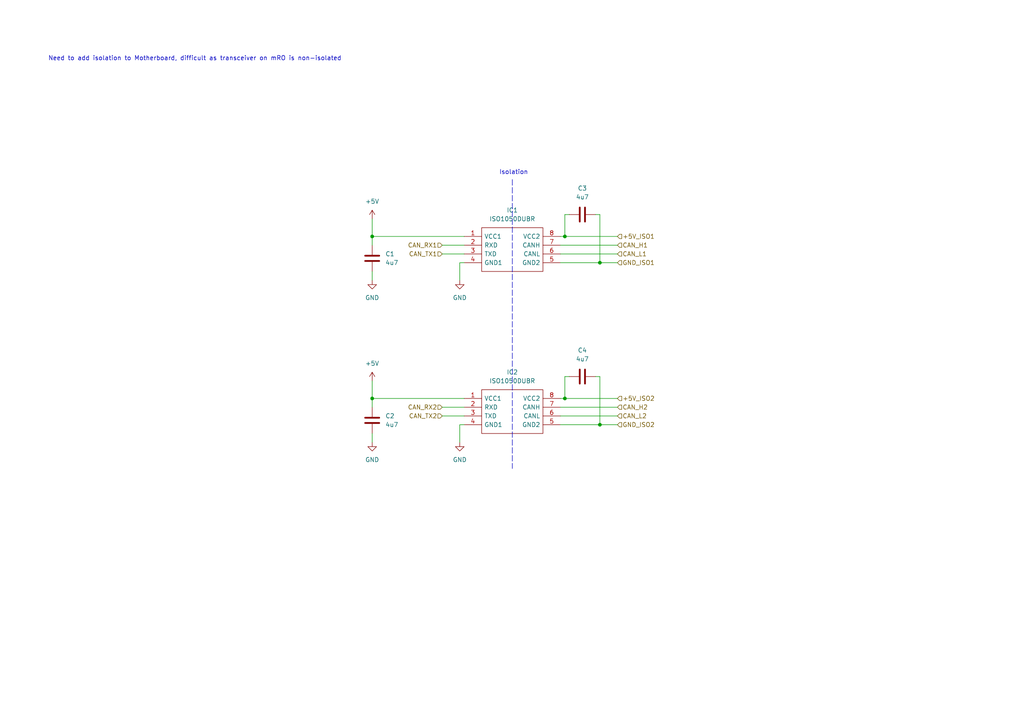
<source format=kicad_sch>
(kicad_sch (version 20211123) (generator eeschema)
  (paper "A4")
  (lib_symbols
    (symbol "Device:C" (pin_numbers hide) (pin_names (offset 0.254))
      (property "Reference" "C" (at 0.635 2.54 0))
      (property "Value" "C" (at 0.635 -2.54 0))
      (symbol "C_0_1"
        (polyline (pts (xy -2.032 -0.762) (xy 2.032 -0.762)) (stroke (width 0.508)))
        (polyline (pts (xy -2.032 0.762) (xy 2.032 0.762)) (stroke (width 0.508)))
      )
      (symbol "C_1_1"
        (pin passive line (at 0 3.81 270) (length 2.794) (name "~") (number "1"))
        (pin passive line (at 0 -3.81 90) (length 2.794) (name "~") (number "2"))
      )
    )
    (symbol "MA_General:ISO1050DUBR" (pin_names (offset 0.762))
      (property "Reference" "IC" (at 24.13 7.62 0))
      (property "Value" "ISO1050DUBR" (at 24.13 5.08 0))
      (symbol "ISO1050DUBR_0_0"
        (pin passive line (at 0 0 0) (length 5.08) (name "VCC1") (number "1"))
        (pin passive line (at 0 -2.54 0) (length 5.08) (name "RXD") (number "2"))
        (pin passive line (at 0 -5.08 0) (length 5.08) (name "TXD") (number "3"))
        (pin passive line (at 0 -7.62 0) (length 5.08) (name "GND1") (number "4"))
        (pin passive line (at 27.94 -7.62 180) (length 5.08) (name "GND2") (number "5"))
        (pin passive line (at 27.94 -5.08 180) (length 5.08) (name "CANL") (number "6"))
        (pin passive line (at 27.94 -2.54 180) (length 5.08) (name "CANH") (number "7"))
        (pin passive line (at 27.94 0 180) (length 5.08) (name "VCC2") (number "8"))
      )
      (symbol "ISO1050DUBR_0_1"
        (polyline (pts (xy 5.08 2.54) (xy 22.86 2.54) (xy 22.86 -10.16) (xy 5.08 -10.16) (xy 5.08 2.54)) (stroke (width 0.1524)))
      )
    )
    (symbol "power:+5V" (power) (pin_names (offset 0))
      (property "Value" "+5V" (at 0 3.556 0))
      (symbol "+5V_0_1"
        (polyline (pts (xy -0.762 1.27) (xy 0 2.54)))
        (polyline (pts (xy 0 0) (xy 0 2.54)))
        (polyline (pts (xy 0 2.54) (xy 0.762 1.27)))
      )
      (symbol "+5V_1_1"
        (pin power_in line (at 0 0 90) (length 0) hide (name "+5V") (number "1"))
      )
    )
    (symbol "power:GND" (power) (pin_names (offset 0))
      (property "Value" "GND" (at 0 -3.81 0))
      (symbol "GND_0_1"
        (polyline (pts (xy 0 0) (xy 0 -1.27) (xy 1.27 -1.27) (xy 0 -2.54) (xy -1.27 -1.27) (xy 0 -1.27)))
      )
      (symbol "GND_1_1"
        (pin power_in line (at 0 0 270) (length 0) hide (name "GND") (number "1"))
      )
    )
  )
  (junction (at 173.99 123.19))
  (junction (at 107.95 68.58))
  (junction (at 163.83 68.58))
  (junction (at 173.99 76.2))
  (junction (at 107.95 115.57))
  (junction (at 163.83 115.57))
  (wire (pts (xy 134.62 76.2) (xy 133.35 76.2)))
  (wire (pts (xy 162.56 120.65) (xy 179.07 120.65)))
  (wire (pts (xy 107.95 68.58) (xy 134.62 68.58)))
  (polyline (pts (xy 148.59 52.07) (xy 148.59 135.89)))
  (wire (pts (xy 173.99 109.22) (xy 173.99 123.19)))
  (wire (pts (xy 107.95 63.5) (xy 107.95 68.58)))
  (wire (pts (xy 107.95 110.49) (xy 107.95 115.57)))
  (wire (pts (xy 107.95 115.57) (xy 134.62 115.57)))
  (wire (pts (xy 128.27 118.11) (xy 134.62 118.11)))
  (wire (pts (xy 173.99 62.23) (xy 172.72 62.23)))
  (wire (pts (xy 128.27 120.65) (xy 134.62 120.65)))
  (wire (pts (xy 163.83 109.22) (xy 165.1 109.22)))
  (wire (pts (xy 107.95 68.58) (xy 107.95 71.12)))
  (wire (pts (xy 173.99 76.2) (xy 179.07 76.2)))
  (wire (pts (xy 162.56 118.11) (xy 179.07 118.11)))
  (wire (pts (xy 107.95 125.73) (xy 107.95 128.27)))
  (wire (pts (xy 163.83 68.58) (xy 179.07 68.58)))
  (wire (pts (xy 134.62 123.19) (xy 133.35 123.19)))
  (wire (pts (xy 133.35 76.2) (xy 133.35 81.28)))
  (wire (pts (xy 173.99 62.23) (xy 173.99 76.2)))
  (wire (pts (xy 163.83 115.57) (xy 179.07 115.57)))
  (wire (pts (xy 162.56 68.58) (xy 163.83 68.58)))
  (wire (pts (xy 107.95 115.57) (xy 107.95 118.11)))
  (wire (pts (xy 162.56 71.12) (xy 179.07 71.12)))
  (wire (pts (xy 133.35 123.19) (xy 133.35 128.27)))
  (wire (pts (xy 162.56 115.57) (xy 163.83 115.57)))
  (wire (pts (xy 173.99 109.22) (xy 172.72 109.22)))
  (wire (pts (xy 163.83 62.23) (xy 163.83 68.58)))
  (wire (pts (xy 162.56 123.19) (xy 173.99 123.19)))
  (wire (pts (xy 128.27 71.12) (xy 134.62 71.12)))
  (wire (pts (xy 162.56 76.2) (xy 173.99 76.2)))
  (wire (pts (xy 173.99 123.19) (xy 179.07 123.19)))
  (wire (pts (xy 163.83 62.23) (xy 165.1 62.23)))
  (wire (pts (xy 162.56 73.66) (xy 179.07 73.66)))
  (wire (pts (xy 163.83 109.22) (xy 163.83 115.57)))
  (wire (pts (xy 107.95 78.74) (xy 107.95 81.28)))
  (wire (pts (xy 128.27 73.66) (xy 134.62 73.66)))
  (text "Isolation" (at 144.78 50.8 0) (effects (font (size 1.27 1.27)) (justify left bottom)))
  (text "Need to add isolation to Motherboard, difficult as transceiver on mRO is non-isolated" (at 13.97 17.78 0) (effects (font (size 1.27 1.27)) (justify left bottom)))
  (hierarchical_label "CAN_TX1" (shape input) (at 128.27 73.66 180))
  (hierarchical_label "CAN_TX2" (shape input) (at 128.27 120.65 180))
  (hierarchical_label "GND_ISO1" (shape input) (at 179.07 76.2 0))
  (hierarchical_label "CAN_L2" (shape input) (at 179.07 120.65 0))
  (hierarchical_label "CAN_L1" (shape input) (at 179.07 73.66 0))
  (hierarchical_label "+5V_ISO1" (shape input) (at 179.07 68.58 0))
  (hierarchical_label "CAN_RX1" (shape input) (at 128.27 71.12 180))
  (hierarchical_label "CAN_RX2" (shape input) (at 128.27 118.11 180))
  (hierarchical_label "CAN_H1" (shape input) (at 179.07 71.12 0))
  (hierarchical_label "CAN_H2" (shape input) (at 179.07 118.11 0))
  (hierarchical_label "GND_ISO2" (shape input) (at 179.07 123.19 0))
  (hierarchical_label "+5V_ISO2" (shape input) (at 179.07 115.57 0))
  (symbol (lib_id "power:GND") (at 133.35 81.28 0) (unit 1)
    (property "Reference" "#PWR0106" (effects hide))
    (property "Value" "GND" (at 133.35 86.36 0))
  )
  (symbol (lib_id "power:GND") (at 107.95 128.27 0) (unit 1)
    (property "Reference" "#PWR0102" (effects hide))
    (property "Value" "GND" (at 107.95 133.35 0))
  )
  (symbol (lib_id "power:GND") (at 133.35 128.27 0) (unit 1)
    (property "Reference" "#PWR0107" (effects hide))
    (property "Value" "GND" (at 133.35 133.35 0))
  )
  (symbol (lib_id "power:+5V") (at 107.95 63.5 0) (unit 1)
    (property "Reference" "#PWR0103" (effects hide))
    (property "Value" "+5V" (at 107.95 58.42 0))
  )
  (symbol (lib_id "MA_General:ISO1050DUBR") (at 134.62 68.58 0) (unit 1)
    (property "Reference" "IC1" (at 148.59 60.96 0))
    (property "Value" "ISO1050DUBR" (at 148.59 63.5 0))
    (property "Footprint" "SOP254P1040X485-8N" (effects hide))
    (property "Datasheet" "http://www.ti.com/lit/ds/symlink/iso1050.pdf" (effects hide))
    (property "Description" "Digital Isolators Iso 5V CAN Xcvr" (effects hide))
    (property "Height" "4.85" (effects hide))
    (property "Mouser Part Number" "595-ISO1050DUBR" (effects hide))
    (property "Mouser Price/Stock" "https://www.mouser.co.uk/ProductDetail/Texas-Instruments/ISO1050DUBR?qs=IK5e5L0zOXhhp9hdAolE%252BA%3D%3D" (effects hide))
    (property "Manufacturer_Name" "Texas Instruments" (effects hide))
    (property "Manufacturer_Part_Number" "ISO1050DUBR" (effects hide))
  )
  (symbol (lib_id "Device:C") (at 107.95 74.93 0) (unit 1)
    (property "Reference" "C1" (at 111.76 73.6599 0) (effects (justify left)))
    (property "Value" "4u7" (at 111.76 76.1999 0) (effects (justify left)))
    (property "Footprint" "Capacitor_SMD:C_0603_1608Metric" (effects hide))
  )
  (symbol (lib_id "MA_General:ISO1050DUBR") (at 134.62 115.57 0) (unit 1)
    (property "Reference" "IC2" (at 148.59 107.95 0))
    (property "Value" "ISO1050DUBR" (at 148.59 110.49 0))
    (property "Footprint" "SOP254P1040X485-8N" (effects hide))
    (property "Datasheet" "http://www.ti.com/lit/ds/symlink/iso1050.pdf" (effects hide))
    (property "Description" "Digital Isolators Iso 5V CAN Xcvr" (effects hide))
    (property "Height" "4.85" (effects hide))
    (property "Mouser Part Number" "595-ISO1050DUBR" (effects hide))
    (property "Mouser Price/Stock" "https://www.mouser.co.uk/ProductDetail/Texas-Instruments/ISO1050DUBR?qs=IK5e5L0zOXhhp9hdAolE%252BA%3D%3D" (effects hide))
    (property "Manufacturer_Name" "Texas Instruments" (effects hide))
    (property "Manufacturer_Part_Number" "ISO1050DUBR" (effects hide))
  )
  (symbol (lib_id "power:GND") (at 107.95 81.28 0) (unit 1)
    (property "Reference" "#PWR0104" (effects hide))
    (property "Value" "GND" (at 107.95 86.36 0))
  )
  (symbol (lib_id "Device:C") (at 168.91 109.22 90) (unit 1)
    (property "Reference" "C4" (at 168.91 101.6 90))
    (property "Value" "4u7" (at 168.91 104.14 90))
    (property "Footprint" "Capacitor_SMD:C_0603_1608Metric" (effects hide))
  )
  (symbol (lib_id "Device:C") (at 168.91 62.23 90) (unit 1)
    (property "Reference" "C3" (at 168.91 54.61 90))
    (property "Value" "4u7" (at 168.91 57.15 90))
    (property "Footprint" "Capacitor_SMD:C_0603_1608Metric" (effects hide))
  )
  (symbol (lib_id "Device:C") (at 107.95 121.92 0) (unit 1)
    (property "Reference" "C2" (at 111.76 120.6499 0) (effects (justify left)))
    (property "Value" "4u7" (at 111.76 123.1899 0) (effects (justify left)))
    (property "Footprint" "Capacitor_SMD:C_0603_1608Metric" (effects hide))
  )
  (symbol (lib_id "power:+5V") (at 107.95 110.49 0) (unit 1)
    (property "Reference" "#PWR0105" (effects hide))
    (property "Value" "+5V" (at 107.95 105.41 0))
  )
)
</source>
